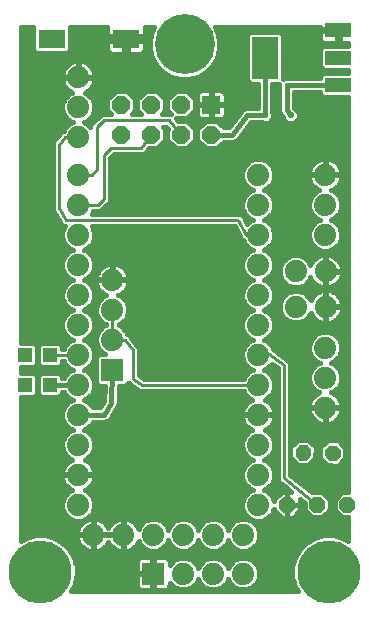
<source format=gbl>
G75*
%MOIN*%
%OFA0B0*%
%FSLAX24Y24*%
%IPPOS*%
%LPD*%
%AMOC8*
5,1,8,0,0,1.08239X$1,22.5*
%
%ADD10R,0.0472X0.0472*%
%ADD11R,0.0880X0.0480*%
%ADD12R,0.0866X0.1417*%
%ADD13R,0.0600X0.0600*%
%ADD14OC8,0.0600*%
%ADD15C,0.0740*%
%ADD16OC8,0.0520*%
%ADD17R,0.0740X0.0740*%
%ADD18C,0.0104*%
%ADD19R,0.0906X0.0630*%
%ADD20C,0.0160*%
%ADD21C,0.0210*%
%ADD22C,0.0100*%
%ADD23C,0.2000*%
%ADD24C,0.2100*%
D10*
X007797Y013030D03*
X008623Y013030D03*
X008623Y014030D03*
X007797Y014030D03*
D11*
X018250Y023030D03*
X018250Y023940D03*
X018250Y024850D03*
D12*
X015810Y023940D03*
D13*
X014010Y022370D03*
D14*
X014010Y021370D03*
X013010Y021370D03*
X013010Y022370D03*
X012010Y022370D03*
X012010Y021370D03*
X011010Y021370D03*
X011010Y022370D03*
D15*
X009580Y022280D03*
X009580Y021280D03*
X009580Y020030D03*
X009580Y019030D03*
X009580Y018030D03*
X009580Y017030D03*
X009580Y016030D03*
X009580Y015030D03*
X009580Y014030D03*
X009580Y013030D03*
X009580Y012030D03*
X009580Y011030D03*
X009580Y010030D03*
X009580Y009030D03*
X010080Y008030D03*
X011080Y008030D03*
X012080Y008030D03*
X013080Y008030D03*
X014080Y008030D03*
X015080Y008030D03*
X015580Y009030D03*
X015580Y010030D03*
X015580Y011030D03*
X015580Y012030D03*
X015580Y013030D03*
X015580Y014030D03*
X015580Y015030D03*
X015580Y016030D03*
X015580Y017030D03*
X015580Y018030D03*
X015580Y019030D03*
X015580Y020030D03*
X017810Y020030D03*
X017810Y019030D03*
X017810Y018030D03*
X017820Y016820D03*
X017830Y015640D03*
X016830Y015640D03*
X016820Y016820D03*
X017810Y014270D03*
X017810Y013270D03*
X017810Y012270D03*
X015070Y006740D03*
X014070Y006740D03*
X013070Y006740D03*
X010710Y014530D03*
X010710Y015530D03*
X010710Y016530D03*
X009580Y023280D03*
D16*
X016540Y009035D03*
X017540Y009035D03*
X018540Y009035D03*
D17*
X012070Y006740D03*
X010710Y013530D03*
D18*
X016908Y010749D02*
X016856Y010697D01*
X016859Y010868D01*
X016983Y010988D01*
X017154Y010985D01*
X017274Y010861D01*
X017271Y010690D01*
X017147Y010570D01*
X016976Y010573D01*
X016856Y010697D01*
X016935Y010727D01*
X016937Y010835D01*
X017013Y010909D01*
X017121Y010907D01*
X017195Y010831D01*
X017193Y010723D01*
X017117Y010649D01*
X017009Y010651D01*
X016935Y010727D01*
X017014Y010758D01*
X017014Y010801D01*
X017044Y010830D01*
X017087Y010830D01*
X017116Y010800D01*
X017116Y010757D01*
X017086Y010728D01*
X017043Y010728D01*
X017014Y010758D01*
X017898Y010731D02*
X017846Y010679D01*
X017849Y010850D01*
X017973Y010970D01*
X018144Y010967D01*
X018264Y010843D01*
X018261Y010672D01*
X018137Y010552D01*
X017966Y010555D01*
X017846Y010679D01*
X017925Y010709D01*
X017927Y010817D01*
X018003Y010891D01*
X018111Y010889D01*
X018185Y010813D01*
X018183Y010705D01*
X018107Y010631D01*
X017999Y010633D01*
X017925Y010709D01*
X018004Y010740D01*
X018004Y010783D01*
X018034Y010812D01*
X018077Y010812D01*
X018106Y010782D01*
X018106Y010739D01*
X018076Y010710D01*
X018033Y010710D01*
X018004Y010740D01*
D19*
X011170Y024570D03*
X008690Y024570D03*
D20*
X007660Y012634D02*
X007660Y007822D01*
X007843Y007928D01*
X008151Y008010D01*
X008469Y008010D01*
X008777Y007928D01*
X009053Y007768D01*
X009278Y007543D01*
X009438Y007267D01*
X009520Y006959D01*
X009520Y006641D01*
X009438Y006333D01*
X009338Y006160D01*
X016892Y006160D01*
X016792Y006333D01*
X016710Y006641D01*
X016710Y006959D01*
X016792Y007267D01*
X016952Y007543D01*
X017177Y007768D01*
X017453Y007928D01*
X017761Y008010D01*
X018079Y008010D01*
X018387Y007928D01*
X018570Y007822D01*
X018570Y008615D01*
X018366Y008615D01*
X018120Y008861D01*
X018120Y009209D01*
X018366Y009455D01*
X018570Y009455D01*
X018570Y022630D01*
X017744Y022630D01*
X017650Y022724D01*
X017650Y022790D01*
X016760Y022790D01*
X016760Y022266D01*
X016773Y022250D01*
X016810Y022235D01*
X016885Y022160D01*
X016925Y022063D01*
X016925Y021957D01*
X016885Y021860D01*
X016810Y021785D01*
X016713Y021745D01*
X016607Y021745D01*
X016510Y021785D01*
X016435Y021860D01*
X016398Y021951D01*
X016342Y022018D01*
X016317Y022044D01*
X016312Y022055D01*
X016304Y022064D01*
X016294Y022099D01*
X016280Y022132D01*
X016280Y022144D01*
X016277Y022156D01*
X016280Y022192D01*
X016280Y023071D01*
X016050Y023071D01*
X016050Y022133D01*
X016075Y022073D01*
X016075Y021967D01*
X016035Y021870D01*
X015960Y021795D01*
X015863Y021755D01*
X015757Y021755D01*
X015697Y021780D01*
X015328Y021780D01*
X014920Y021249D01*
X014913Y021234D01*
X014891Y021211D01*
X014871Y021186D01*
X014857Y021178D01*
X014846Y021167D01*
X014816Y021154D01*
X014788Y021138D01*
X014773Y021136D01*
X014758Y021130D01*
X014726Y021130D01*
X014694Y021126D01*
X014678Y021130D01*
X014421Y021130D01*
X014201Y020910D01*
X013819Y020910D01*
X013550Y021179D01*
X013550Y021561D01*
X013819Y021830D01*
X014201Y021830D01*
X014421Y021610D01*
X014592Y021610D01*
X015000Y022141D01*
X015007Y022156D01*
X015029Y022179D01*
X015049Y022204D01*
X015063Y022212D01*
X015074Y022223D01*
X015104Y022236D01*
X015132Y022252D01*
X015147Y022254D01*
X015162Y022260D01*
X015194Y022260D01*
X015226Y022264D01*
X015242Y022260D01*
X015570Y022260D01*
X015570Y023071D01*
X015311Y023071D01*
X015217Y023165D01*
X015217Y024715D01*
X015311Y024809D01*
X016309Y024809D01*
X016403Y024715D01*
X016403Y023241D01*
X016472Y023270D01*
X017650Y023270D01*
X017650Y023336D01*
X017744Y023430D01*
X018570Y023430D01*
X018570Y023540D01*
X017744Y023540D01*
X017650Y023634D01*
X017650Y024246D01*
X017744Y024340D01*
X018570Y024340D01*
X018570Y024430D01*
X018290Y024430D01*
X018290Y024810D01*
X018210Y024810D01*
X018210Y024430D01*
X017786Y024430D01*
X017741Y024442D01*
X017699Y024466D01*
X017666Y024499D01*
X017642Y024541D01*
X017642Y024542D02*
X016403Y024542D01*
X016403Y024700D02*
X017630Y024700D01*
X017630Y024810D02*
X017630Y024586D01*
X017642Y024541D01*
X017630Y024810D02*
X018210Y024810D01*
X018210Y024890D01*
X017630Y024890D01*
X017630Y024946D01*
X014133Y024946D01*
X014201Y024828D01*
X014280Y024533D01*
X014280Y024227D01*
X014201Y023932D01*
X014048Y023668D01*
X013832Y023452D01*
X013568Y023299D01*
X013273Y023220D01*
X012967Y023220D01*
X012672Y023299D01*
X012408Y023452D01*
X012192Y023668D01*
X012039Y023932D01*
X011960Y024227D01*
X011960Y024533D01*
X012039Y024828D01*
X012107Y024946D01*
X011793Y024946D01*
X011803Y024909D01*
X011803Y024647D01*
X011248Y024647D01*
X011248Y024493D01*
X011803Y024493D01*
X011803Y024231D01*
X011791Y024186D01*
X011767Y024145D01*
X011733Y024111D01*
X011692Y024087D01*
X011647Y024075D01*
X011248Y024075D01*
X011248Y024493D01*
X011093Y024493D01*
X010537Y024493D01*
X010537Y024231D01*
X010550Y024186D01*
X010573Y024145D01*
X010607Y024111D01*
X010648Y024087D01*
X010694Y024075D01*
X011093Y024075D01*
X011093Y024493D01*
X011093Y024647D01*
X010537Y024647D01*
X010537Y024909D01*
X010547Y024946D01*
X009303Y024946D01*
X009303Y024189D01*
X009209Y024095D01*
X008171Y024095D01*
X008077Y024189D01*
X008077Y024946D01*
X007660Y024946D01*
X007660Y014426D01*
X008099Y014426D01*
X008193Y014332D01*
X008193Y013728D01*
X008099Y013634D01*
X007660Y013634D01*
X007660Y013426D01*
X008099Y013426D01*
X008193Y013332D01*
X008193Y012728D01*
X008099Y012634D01*
X007660Y012634D01*
X007660Y012496D02*
X009319Y012496D01*
X009280Y012479D02*
X009131Y012330D01*
X009050Y012135D01*
X009050Y011925D01*
X009131Y011730D01*
X009280Y011581D01*
X009402Y011530D01*
X009280Y011479D01*
X009131Y011330D01*
X009050Y011135D01*
X009050Y010925D01*
X009131Y010730D01*
X009280Y010581D01*
X009374Y010541D01*
X009369Y010540D01*
X009292Y010500D01*
X009222Y010450D01*
X009160Y010388D01*
X009110Y010318D01*
X009070Y010241D01*
X009044Y010159D01*
X009030Y010073D01*
X009030Y010050D01*
X009560Y010050D01*
X009560Y010010D01*
X009030Y010010D01*
X009030Y009987D01*
X009044Y009901D01*
X009070Y009819D01*
X009110Y009742D01*
X009160Y009672D01*
X009222Y009610D01*
X009292Y009560D01*
X009369Y009520D01*
X009374Y009519D01*
X009280Y009479D01*
X009131Y009330D01*
X009050Y009135D01*
X009050Y008925D01*
X009131Y008730D01*
X009280Y008581D01*
X009475Y008500D01*
X009685Y008500D01*
X009880Y008581D01*
X010029Y008730D01*
X010110Y008925D01*
X010110Y009135D01*
X010029Y009330D01*
X009880Y009479D01*
X009786Y009519D01*
X009791Y009520D01*
X009868Y009560D01*
X009938Y009610D01*
X010000Y009672D01*
X010050Y009742D01*
X010090Y009819D01*
X010116Y009901D01*
X010130Y009987D01*
X010130Y010010D01*
X009600Y010010D01*
X009600Y010050D01*
X010130Y010050D01*
X010130Y010073D01*
X010116Y010159D01*
X010090Y010241D01*
X010050Y010318D01*
X010000Y010388D01*
X009938Y010450D01*
X009868Y010500D01*
X009791Y010540D01*
X009786Y010541D01*
X009880Y010581D01*
X010029Y010730D01*
X010110Y010925D01*
X010110Y011135D01*
X010029Y011330D01*
X009880Y011479D01*
X009758Y011530D01*
X009880Y011581D01*
X010029Y011730D01*
X010057Y011796D01*
X010422Y011800D01*
X010449Y011795D01*
X010470Y011800D01*
X010491Y011801D01*
X010516Y011811D01*
X010542Y011818D01*
X010559Y011830D01*
X010578Y011838D01*
X010597Y011858D01*
X010619Y011874D01*
X010630Y011891D01*
X010645Y011906D01*
X010655Y011932D01*
X010868Y012277D01*
X010880Y012289D01*
X010893Y012318D01*
X010909Y012345D01*
X010912Y012361D01*
X010919Y012376D01*
X010919Y012408D01*
X010925Y012439D01*
X010921Y012455D01*
X010936Y013000D01*
X011146Y013000D01*
X011237Y013091D01*
X011255Y013079D01*
X011303Y013030D01*
X011324Y013030D01*
X011555Y012869D01*
X011603Y012820D01*
X011624Y012820D01*
X011641Y012808D01*
X011708Y012820D01*
X015093Y012820D01*
X015131Y012730D01*
X015280Y012581D01*
X015374Y012541D01*
X015369Y012540D01*
X015292Y012500D01*
X015222Y012450D01*
X015160Y012388D01*
X015110Y012318D01*
X015070Y012241D01*
X015044Y012159D01*
X015030Y012073D01*
X015030Y012050D01*
X015560Y012050D01*
X015560Y012010D01*
X015030Y012010D01*
X015030Y011987D01*
X015044Y011901D01*
X015070Y011819D01*
X015110Y011742D01*
X015160Y011672D01*
X015222Y011610D01*
X015292Y011560D01*
X015369Y011520D01*
X015374Y011519D01*
X015280Y011479D01*
X015131Y011330D01*
X015050Y011135D01*
X015050Y010925D01*
X015131Y010730D01*
X015280Y010581D01*
X015402Y010530D01*
X015280Y010479D01*
X015131Y010330D01*
X015050Y010135D01*
X015050Y009925D01*
X015131Y009730D01*
X015280Y009581D01*
X015402Y009530D01*
X015280Y009479D01*
X015131Y009330D01*
X015050Y009135D01*
X015050Y008925D01*
X015131Y008730D01*
X015280Y008581D01*
X015475Y008500D01*
X015685Y008500D01*
X015880Y008581D01*
X016029Y008730D01*
X016100Y008900D01*
X016100Y008853D01*
X016358Y008595D01*
X016540Y008595D01*
X016722Y008595D01*
X016980Y008853D01*
X016980Y009035D01*
X016980Y009217D01*
X017120Y009104D01*
X017120Y008861D01*
X017366Y008615D01*
X017714Y008615D01*
X017960Y008861D01*
X017960Y009209D01*
X017714Y009455D01*
X017366Y009455D01*
X017361Y009449D01*
X016640Y010030D01*
X016640Y013609D01*
X016650Y013622D01*
X016640Y013694D01*
X016640Y013767D01*
X016629Y013778D01*
X016626Y013795D01*
X016568Y013839D01*
X016517Y013890D01*
X016501Y013890D01*
X016079Y014211D01*
X016029Y014330D01*
X015880Y014479D01*
X015758Y014530D01*
X015880Y014581D01*
X016029Y014730D01*
X016110Y014925D01*
X016110Y015135D01*
X016029Y015330D01*
X015880Y015479D01*
X015758Y015530D01*
X015880Y015581D01*
X016029Y015730D01*
X016110Y015925D01*
X016110Y016135D01*
X016029Y016330D01*
X015880Y016479D01*
X015758Y016530D01*
X015880Y016581D01*
X016029Y016730D01*
X016110Y016925D01*
X016110Y017135D01*
X016029Y017330D01*
X015880Y017479D01*
X015758Y017530D01*
X015880Y017581D01*
X016029Y017730D01*
X016110Y017925D01*
X016110Y018135D01*
X016029Y018330D01*
X015880Y018479D01*
X015758Y018530D01*
X015880Y018581D01*
X016029Y018730D01*
X016110Y018925D01*
X016110Y019135D01*
X016029Y019330D01*
X015880Y019479D01*
X015758Y019530D01*
X015880Y019581D01*
X016029Y019730D01*
X016110Y019925D01*
X016110Y020135D01*
X016029Y020330D01*
X015880Y020479D01*
X015685Y020560D01*
X015475Y020560D01*
X015280Y020479D01*
X015131Y020330D01*
X015050Y020135D01*
X015050Y019925D01*
X015131Y019730D01*
X015280Y019581D01*
X015402Y019530D01*
X015280Y019479D01*
X015131Y019330D01*
X015050Y019135D01*
X015050Y018925D01*
X015131Y018730D01*
X015280Y018581D01*
X015402Y018530D01*
X015280Y018479D01*
X015208Y018407D01*
X015120Y018572D01*
X015120Y018607D01*
X015081Y018646D01*
X015055Y018695D01*
X015022Y018705D01*
X014997Y018730D01*
X014941Y018730D01*
X014888Y018746D01*
X014858Y018730D01*
X010029Y018730D01*
X010067Y018820D01*
X010227Y018820D01*
X010312Y018818D01*
X010314Y018820D01*
X010317Y018820D01*
X010377Y018880D01*
X010514Y019010D01*
X010517Y019010D01*
X010577Y019070D01*
X010638Y019128D01*
X010638Y019131D01*
X010640Y019133D01*
X010640Y019217D01*
X010642Y019302D01*
X010640Y019304D01*
X010640Y020593D01*
X010767Y020720D01*
X011610Y020720D01*
X011624Y020710D01*
X011695Y020720D01*
X011767Y020720D01*
X011779Y020732D01*
X011796Y020734D01*
X011839Y020792D01*
X011890Y020843D01*
X011890Y020860D01*
X011927Y020910D01*
X012201Y020910D01*
X012470Y021179D01*
X012470Y021561D01*
X012391Y021640D01*
X012503Y021640D01*
X012561Y021572D01*
X012550Y021561D01*
X012550Y021179D01*
X012819Y020910D01*
X013201Y020910D01*
X013470Y021179D01*
X013470Y021561D01*
X013201Y021830D01*
X012893Y021830D01*
X012825Y021910D01*
X013201Y021910D01*
X013470Y022179D01*
X013470Y022561D01*
X013201Y022830D01*
X012819Y022830D01*
X012550Y022561D01*
X012550Y022179D01*
X012669Y022060D01*
X012608Y022060D01*
X012530Y022066D01*
X012523Y022060D01*
X012351Y022060D01*
X012470Y022179D01*
X012470Y022561D01*
X012201Y022830D01*
X011819Y022830D01*
X011550Y022561D01*
X011550Y022179D01*
X011669Y022060D01*
X011351Y022060D01*
X011470Y022179D01*
X011470Y022561D01*
X011201Y022830D01*
X010819Y022830D01*
X010550Y022561D01*
X010550Y022179D01*
X010669Y022060D01*
X010444Y022060D01*
X010362Y022063D01*
X010358Y022060D01*
X010353Y022060D01*
X010295Y022002D01*
X010108Y021830D01*
X010103Y021830D01*
X010045Y021772D01*
X009984Y021716D01*
X009984Y021711D01*
X009980Y021707D01*
X009980Y021630D01*
X009880Y021729D01*
X009758Y021780D01*
X009880Y021831D01*
X010029Y021980D01*
X010110Y022175D01*
X010110Y022385D01*
X010029Y022580D01*
X009880Y022729D01*
X009786Y022769D01*
X009791Y022770D01*
X009868Y022810D01*
X009938Y022860D01*
X010000Y022922D01*
X010050Y022992D01*
X010090Y023069D01*
X010116Y023151D01*
X010130Y023237D01*
X010130Y023260D01*
X009600Y023260D01*
X009600Y023300D01*
X009560Y023300D01*
X009560Y023830D01*
X009537Y023830D01*
X009451Y023816D01*
X009369Y023790D01*
X009292Y023750D01*
X009222Y023700D01*
X009160Y023638D01*
X009110Y023568D01*
X009070Y023491D01*
X009044Y023409D01*
X009030Y023323D01*
X009030Y023300D01*
X009560Y023300D01*
X009560Y023260D01*
X009030Y023260D01*
X009030Y023237D01*
X009044Y023151D01*
X009070Y023069D01*
X009110Y022992D01*
X009160Y022922D01*
X009222Y022860D01*
X009292Y022810D01*
X009369Y022770D01*
X009374Y022769D01*
X009280Y022729D01*
X009131Y022580D01*
X009050Y022385D01*
X009050Y022175D01*
X009131Y021980D01*
X009280Y021831D01*
X009402Y021780D01*
X009280Y021729D01*
X009131Y021580D01*
X009093Y021490D01*
X009043Y021490D01*
X009035Y021482D01*
X009024Y021481D01*
X008975Y021422D01*
X008920Y021367D01*
X008920Y021356D01*
X008775Y021182D01*
X008720Y021127D01*
X008720Y021116D01*
X008713Y021108D01*
X008720Y021030D01*
X008720Y018955D01*
X008705Y018895D01*
X008720Y018871D01*
X008720Y018843D01*
X008764Y018799D01*
X008970Y018461D01*
X008970Y018433D01*
X009014Y018389D01*
X009046Y018336D01*
X009073Y018330D01*
X009093Y018310D01*
X009122Y018310D01*
X009050Y018135D01*
X009050Y017925D01*
X009131Y017730D01*
X009280Y017581D01*
X009402Y017530D01*
X009280Y017479D01*
X009131Y017330D01*
X009050Y017135D01*
X009050Y016925D01*
X009131Y016730D01*
X009280Y016581D01*
X009402Y016530D01*
X009280Y016479D01*
X009131Y016330D01*
X009050Y016135D01*
X009050Y015925D01*
X009131Y015730D01*
X009280Y015581D01*
X009402Y015530D01*
X009280Y015479D01*
X009131Y015330D01*
X009050Y015135D01*
X009050Y014925D01*
X009131Y014730D01*
X009280Y014581D01*
X009402Y014530D01*
X009280Y014479D01*
X009131Y014330D01*
X009093Y014240D01*
X009020Y014240D01*
X009020Y014332D01*
X008926Y014426D01*
X008321Y014426D01*
X008227Y014332D01*
X008227Y013728D01*
X008321Y013634D01*
X008926Y013634D01*
X009020Y013728D01*
X009020Y013820D01*
X009093Y013820D01*
X009131Y013730D01*
X009280Y013581D01*
X009402Y013530D01*
X009280Y013479D01*
X009131Y013330D01*
X009106Y013270D01*
X009020Y013270D01*
X009020Y013332D01*
X008926Y013426D01*
X008321Y013426D01*
X008227Y013332D01*
X008227Y012728D01*
X008321Y012634D01*
X008926Y012634D01*
X009020Y012728D01*
X009020Y012790D01*
X009106Y012790D01*
X009131Y012730D01*
X009280Y012581D01*
X009402Y012530D01*
X009280Y012479D01*
X009206Y012654D02*
X008946Y012654D01*
X009137Y012337D02*
X007660Y012337D01*
X007660Y012179D02*
X009068Y012179D01*
X009050Y012020D02*
X007660Y012020D01*
X007660Y011862D02*
X009076Y011862D01*
X009157Y011703D02*
X007660Y011703D01*
X007660Y011545D02*
X009367Y011545D01*
X009186Y011386D02*
X007660Y011386D01*
X007660Y011228D02*
X009088Y011228D01*
X009050Y011069D02*
X007660Y011069D01*
X007660Y010911D02*
X009056Y010911D01*
X009121Y010752D02*
X007660Y010752D01*
X007660Y010594D02*
X009267Y010594D01*
X009207Y010435D02*
X007660Y010435D01*
X007660Y010277D02*
X009088Y010277D01*
X009037Y010118D02*
X007660Y010118D01*
X007660Y009960D02*
X009034Y009960D01*
X009079Y009801D02*
X007660Y009801D01*
X007660Y009643D02*
X009190Y009643D01*
X009291Y009484D02*
X007660Y009484D01*
X007660Y009326D02*
X009129Y009326D01*
X009063Y009167D02*
X007660Y009167D01*
X007660Y009009D02*
X009050Y009009D01*
X009081Y008850D02*
X007660Y008850D01*
X007660Y008692D02*
X009169Y008692D01*
X009395Y008533D02*
X007660Y008533D01*
X007660Y008375D02*
X009650Y008375D01*
X009660Y008388D02*
X009610Y008318D01*
X009570Y008241D01*
X009544Y008159D01*
X009530Y008073D01*
X009530Y008050D01*
X010060Y008050D01*
X010060Y008580D01*
X010037Y008580D01*
X009951Y008566D01*
X009869Y008540D01*
X009792Y008500D01*
X009722Y008450D01*
X009660Y008388D01*
X009765Y008533D02*
X009856Y008533D01*
X010060Y008533D02*
X010100Y008533D01*
X010100Y008580D02*
X010100Y008050D01*
X010060Y008050D01*
X010060Y008010D01*
X009530Y008010D01*
X009530Y007987D01*
X009544Y007901D01*
X009570Y007819D01*
X009610Y007742D01*
X009660Y007672D01*
X009722Y007610D01*
X009792Y007560D01*
X009869Y007520D01*
X009951Y007494D01*
X010037Y007480D01*
X010060Y007480D01*
X010060Y008010D01*
X010100Y008010D01*
X010100Y008050D01*
X010630Y008050D01*
X011060Y008050D01*
X011060Y008580D01*
X011037Y008580D01*
X010951Y008566D01*
X010869Y008540D01*
X010792Y008500D01*
X010722Y008450D01*
X010660Y008388D01*
X010610Y008318D01*
X010580Y008260D01*
X010550Y008318D01*
X010500Y008388D01*
X010438Y008450D01*
X010368Y008500D01*
X010291Y008540D01*
X010209Y008566D01*
X010123Y008580D01*
X010100Y008580D01*
X009991Y008692D02*
X015169Y008692D01*
X015185Y008560D02*
X014975Y008560D01*
X014780Y008479D01*
X014631Y008330D01*
X014580Y008208D01*
X014529Y008330D01*
X014380Y008479D01*
X014185Y008560D01*
X013975Y008560D01*
X013780Y008479D01*
X013631Y008330D01*
X013580Y008208D01*
X013529Y008330D01*
X013380Y008479D01*
X013185Y008560D01*
X012975Y008560D01*
X012780Y008479D01*
X012631Y008330D01*
X012580Y008208D01*
X012529Y008330D01*
X012380Y008479D01*
X012185Y008560D01*
X011975Y008560D01*
X011780Y008479D01*
X011631Y008330D01*
X011591Y008236D01*
X011590Y008241D01*
X011550Y008318D01*
X011500Y008388D01*
X011438Y008450D01*
X011368Y008500D01*
X011291Y008540D01*
X011209Y008566D01*
X011123Y008580D01*
X011100Y008580D01*
X011100Y008050D01*
X011060Y008050D01*
X011060Y008010D01*
X011100Y008010D01*
X011100Y007480D01*
X011123Y007480D01*
X011209Y007494D01*
X011291Y007520D01*
X011368Y007560D01*
X011438Y007610D01*
X011500Y007672D01*
X011550Y007742D01*
X011590Y007819D01*
X011591Y007824D01*
X011631Y007730D01*
X011780Y007581D01*
X011975Y007500D01*
X012185Y007500D01*
X012380Y007581D01*
X012529Y007730D01*
X012580Y007852D01*
X012631Y007730D01*
X012780Y007581D01*
X012975Y007500D01*
X013185Y007500D01*
X013380Y007581D01*
X013529Y007730D01*
X013580Y007852D01*
X013631Y007730D01*
X013780Y007581D01*
X013975Y007500D01*
X014185Y007500D01*
X014380Y007581D01*
X014529Y007730D01*
X014580Y007852D01*
X014631Y007730D01*
X014780Y007581D01*
X014975Y007500D01*
X015185Y007500D01*
X015380Y007581D01*
X015529Y007730D01*
X015610Y007925D01*
X015610Y008135D01*
X015529Y008330D01*
X015380Y008479D01*
X015185Y008560D01*
X015251Y008533D02*
X015395Y008533D01*
X015485Y008375D02*
X018570Y008375D01*
X018570Y008533D02*
X015765Y008533D01*
X015991Y008692D02*
X016261Y008692D01*
X016103Y008850D02*
X016079Y008850D01*
X016100Y009160D02*
X016029Y009330D01*
X015880Y009479D01*
X015758Y009530D01*
X015880Y009581D01*
X016029Y009730D01*
X016110Y009925D01*
X016110Y010135D01*
X016029Y010330D01*
X015880Y010479D01*
X015758Y010530D01*
X015880Y010581D01*
X016029Y010730D01*
X016110Y010925D01*
X016110Y011135D01*
X016029Y011330D01*
X015880Y011479D01*
X015786Y011519D01*
X015791Y011520D01*
X015868Y011560D01*
X015938Y011610D01*
X016000Y011672D01*
X016050Y011742D01*
X016090Y011819D01*
X016116Y011901D01*
X016130Y011987D01*
X016130Y012010D01*
X015600Y012010D01*
X015600Y012050D01*
X016130Y012050D01*
X016130Y012073D01*
X016116Y012159D01*
X016090Y012241D01*
X016050Y012318D01*
X016000Y012388D01*
X015938Y012450D01*
X015868Y012500D01*
X015791Y012540D01*
X015786Y012541D01*
X015880Y012581D01*
X016029Y012730D01*
X016110Y012925D01*
X016110Y013135D01*
X016029Y013330D01*
X015880Y013479D01*
X015758Y013530D01*
X015880Y013581D01*
X016024Y013725D01*
X016220Y013576D01*
X016220Y010004D01*
X016212Y009994D01*
X016220Y009919D01*
X016220Y009843D01*
X016229Y009834D01*
X016230Y009821D01*
X016289Y009774D01*
X016343Y009720D01*
X016356Y009720D01*
X016660Y009475D01*
X016540Y009475D01*
X016540Y009035D01*
X016980Y009035D01*
X016540Y009035D01*
X016540Y009035D01*
X016540Y009035D01*
X016540Y008595D01*
X016540Y009035D01*
X016540Y009035D01*
X016540Y009475D01*
X016358Y009475D01*
X016100Y009217D01*
X016100Y009160D01*
X016097Y009167D02*
X016100Y009167D01*
X016031Y009326D02*
X016208Y009326D01*
X016540Y009326D02*
X016540Y009326D01*
X016540Y009167D02*
X016540Y009167D01*
X016540Y009009D02*
X016540Y009009D01*
X016540Y008850D02*
X016540Y008850D01*
X016540Y008692D02*
X016540Y008692D01*
X016819Y008692D02*
X017290Y008692D01*
X017131Y008850D02*
X016977Y008850D01*
X016980Y009009D02*
X017120Y009009D01*
X017042Y009167D02*
X016980Y009167D01*
X016649Y009484D02*
X015869Y009484D01*
X015942Y009643D02*
X016452Y009643D01*
X016255Y009801D02*
X016059Y009801D01*
X016110Y009960D02*
X016216Y009960D01*
X016220Y010118D02*
X016110Y010118D01*
X016052Y010277D02*
X016220Y010277D01*
X016220Y010435D02*
X015925Y010435D01*
X015893Y010594D02*
X016220Y010594D01*
X016220Y010752D02*
X016039Y010752D01*
X016104Y010911D02*
X016220Y010911D01*
X016220Y011069D02*
X016110Y011069D01*
X016072Y011228D02*
X016220Y011228D01*
X016220Y011386D02*
X015974Y011386D01*
X015839Y011545D02*
X016220Y011545D01*
X016220Y011703D02*
X016022Y011703D01*
X016104Y011862D02*
X016220Y011862D01*
X016220Y012020D02*
X015600Y012020D01*
X015560Y012020D02*
X010709Y012020D01*
X010807Y012179D02*
X015050Y012179D01*
X015123Y012337D02*
X010905Y012337D01*
X010922Y012496D02*
X015285Y012496D01*
X015206Y012654D02*
X010926Y012654D01*
X010931Y012813D02*
X011635Y012813D01*
X011666Y012813D02*
X015096Y012813D01*
X015093Y013240D02*
X011756Y013240D01*
X011600Y013349D01*
X011600Y014165D01*
X011610Y014235D01*
X011600Y014249D01*
X011600Y014267D01*
X011549Y014318D01*
X011340Y014599D01*
X011340Y014617D01*
X011289Y014668D01*
X011247Y014725D01*
X011229Y014728D01*
X011217Y014740D01*
X011197Y014740D01*
X011159Y014830D01*
X011010Y014979D01*
X010920Y015017D01*
X010920Y015043D01*
X011010Y015081D01*
X011159Y015230D01*
X011240Y015425D01*
X011240Y015635D01*
X011159Y015830D01*
X011010Y015979D01*
X010916Y016019D01*
X010921Y016020D01*
X010998Y016060D01*
X011068Y016110D01*
X011130Y016172D01*
X011180Y016242D01*
X011220Y016319D01*
X011246Y016401D01*
X011260Y016487D01*
X011260Y016510D01*
X010730Y016510D01*
X010730Y016550D01*
X010690Y016550D01*
X010690Y017080D01*
X010667Y017080D01*
X010581Y017066D01*
X010499Y017040D01*
X010422Y017000D01*
X010352Y016950D01*
X010290Y016888D01*
X010240Y016818D01*
X010200Y016741D01*
X010174Y016659D01*
X010160Y016573D01*
X010160Y016550D01*
X010690Y016550D01*
X010690Y016510D01*
X010160Y016510D01*
X010160Y016487D01*
X010174Y016401D01*
X010200Y016319D01*
X010240Y016242D01*
X010290Y016172D01*
X010352Y016110D01*
X010422Y016060D01*
X010499Y016020D01*
X010504Y016019D01*
X010410Y015979D01*
X010261Y015830D01*
X010180Y015635D01*
X010180Y015425D01*
X010261Y015230D01*
X010410Y015081D01*
X010500Y015043D01*
X010500Y015017D01*
X010410Y014979D01*
X010261Y014830D01*
X010180Y014635D01*
X010180Y014425D01*
X010261Y014230D01*
X010410Y014081D01*
X010460Y014060D01*
X010274Y014060D01*
X010180Y013966D01*
X010180Y013094D01*
X010274Y013000D01*
X010455Y013000D01*
X010442Y012501D01*
X010305Y012278D01*
X010052Y012276D01*
X010029Y012330D01*
X009880Y012479D01*
X009758Y012530D01*
X009880Y012581D01*
X010029Y012730D01*
X010110Y012925D01*
X010110Y013135D01*
X010029Y013330D01*
X009880Y013479D01*
X009758Y013530D01*
X009880Y013581D01*
X010029Y013730D01*
X010110Y013925D01*
X010110Y014135D01*
X010029Y014330D01*
X009880Y014479D01*
X009758Y014530D01*
X009880Y014581D01*
X010029Y014730D01*
X010110Y014925D01*
X010110Y015135D01*
X010029Y015330D01*
X009880Y015479D01*
X009758Y015530D01*
X009880Y015581D01*
X010029Y015730D01*
X010110Y015925D01*
X010110Y016135D01*
X010029Y016330D01*
X009880Y016479D01*
X009758Y016530D01*
X009880Y016581D01*
X010029Y016730D01*
X010110Y016925D01*
X010110Y017135D01*
X010029Y017330D01*
X009880Y017479D01*
X009758Y017530D01*
X009880Y017581D01*
X010029Y017730D01*
X010110Y017925D01*
X010110Y018135D01*
X010038Y018310D01*
X014784Y018310D01*
X014960Y017978D01*
X014960Y017943D01*
X014999Y017904D01*
X015025Y017855D01*
X015058Y017845D01*
X015083Y017820D01*
X015093Y017820D01*
X015131Y017730D01*
X015280Y017581D01*
X015402Y017530D01*
X015280Y017479D01*
X015131Y017330D01*
X015050Y017135D01*
X015050Y016925D01*
X015131Y016730D01*
X015280Y016581D01*
X015402Y016530D01*
X015280Y016479D01*
X015131Y016330D01*
X015050Y016135D01*
X015050Y015925D01*
X015131Y015730D01*
X015280Y015581D01*
X015402Y015530D01*
X015280Y015479D01*
X015131Y015330D01*
X015050Y015135D01*
X015050Y014925D01*
X015131Y014730D01*
X015280Y014581D01*
X015402Y014530D01*
X015280Y014479D01*
X015131Y014330D01*
X015050Y014135D01*
X015050Y013925D01*
X015131Y013730D01*
X015280Y013581D01*
X015402Y013530D01*
X015280Y013479D01*
X015131Y013330D01*
X015093Y013240D01*
X015113Y013288D02*
X011688Y013288D01*
X011600Y013447D02*
X015247Y013447D01*
X015255Y013605D02*
X011600Y013605D01*
X011600Y013764D02*
X015117Y013764D01*
X015051Y013922D02*
X011600Y013922D01*
X011600Y014081D02*
X015050Y014081D01*
X015093Y014239D02*
X011608Y014239D01*
X011490Y014398D02*
X015198Y014398D01*
X015339Y014556D02*
X011372Y014556D01*
X011255Y014715D02*
X015146Y014715D01*
X015071Y014873D02*
X011117Y014873D01*
X010920Y015032D02*
X015050Y015032D01*
X015073Y015190D02*
X011120Y015190D01*
X011208Y015349D02*
X015149Y015349D01*
X015347Y015507D02*
X011240Y015507D01*
X011228Y015666D02*
X015195Y015666D01*
X015092Y015824D02*
X011162Y015824D01*
X011002Y015983D02*
X015050Y015983D01*
X015052Y016141D02*
X011099Y016141D01*
X011210Y016300D02*
X015118Y016300D01*
X015258Y016458D02*
X011255Y016458D01*
X011260Y016550D02*
X011260Y016573D01*
X011246Y016659D01*
X011220Y016741D01*
X011180Y016818D01*
X011130Y016888D01*
X011068Y016950D01*
X010998Y017000D01*
X010921Y017040D01*
X010839Y017066D01*
X010753Y017080D01*
X010730Y017080D01*
X010730Y016550D01*
X011260Y016550D01*
X011253Y016617D02*
X015244Y016617D01*
X015112Y016775D02*
X011202Y016775D01*
X011084Y016934D02*
X015050Y016934D01*
X015050Y017092D02*
X010110Y017092D01*
X010110Y016934D02*
X010336Y016934D01*
X010218Y016775D02*
X010048Y016775D01*
X010167Y016617D02*
X009916Y016617D01*
X009902Y016458D02*
X010165Y016458D01*
X010210Y016300D02*
X010042Y016300D01*
X010108Y016141D02*
X010321Y016141D01*
X010418Y015983D02*
X010110Y015983D01*
X010068Y015824D02*
X010258Y015824D01*
X010192Y015666D02*
X009965Y015666D01*
X009813Y015507D02*
X010180Y015507D01*
X010212Y015349D02*
X010011Y015349D01*
X010087Y015190D02*
X010300Y015190D01*
X010110Y015032D02*
X010500Y015032D01*
X010303Y014873D02*
X010089Y014873D01*
X010014Y014715D02*
X010213Y014715D01*
X010180Y014556D02*
X009821Y014556D01*
X009962Y014398D02*
X010191Y014398D01*
X010257Y014239D02*
X010067Y014239D01*
X010110Y014081D02*
X010410Y014081D01*
X010180Y013922D02*
X010109Y013922D01*
X010043Y013764D02*
X010180Y013764D01*
X010180Y013605D02*
X009905Y013605D01*
X009913Y013447D02*
X010180Y013447D01*
X010180Y013288D02*
X010047Y013288D01*
X010110Y013130D02*
X010180Y013130D01*
X010110Y012971D02*
X010455Y012971D01*
X010450Y012813D02*
X010064Y012813D01*
X009954Y012654D02*
X010446Y012654D01*
X010439Y012496D02*
X009841Y012496D01*
X010023Y012337D02*
X010341Y012337D01*
X010440Y012040D02*
X010680Y012430D01*
X010710Y013530D01*
X010935Y012971D02*
X011408Y012971D01*
X010440Y012040D02*
X009580Y012030D01*
X010003Y011703D02*
X015138Y011703D01*
X015056Y011862D02*
X010603Y011862D01*
X010072Y011228D02*
X015088Y011228D01*
X015050Y011069D02*
X010110Y011069D01*
X010104Y010911D02*
X015056Y010911D01*
X015121Y010752D02*
X010039Y010752D01*
X009893Y010594D02*
X015267Y010594D01*
X015235Y010435D02*
X009953Y010435D01*
X010072Y010277D02*
X015108Y010277D01*
X015050Y010118D02*
X010123Y010118D01*
X010126Y009960D02*
X015050Y009960D01*
X015101Y009801D02*
X010081Y009801D01*
X009970Y009643D02*
X015218Y009643D01*
X015291Y009484D02*
X009869Y009484D01*
X010031Y009326D02*
X015129Y009326D01*
X015063Y009167D02*
X010097Y009167D01*
X010110Y009009D02*
X015050Y009009D01*
X015081Y008850D02*
X010079Y008850D01*
X010304Y008533D02*
X010856Y008533D01*
X011060Y008533D02*
X011100Y008533D01*
X011100Y008375D02*
X011060Y008375D01*
X011060Y008216D02*
X011100Y008216D01*
X011100Y008058D02*
X011060Y008058D01*
X011060Y008010D02*
X010100Y008010D01*
X010100Y007480D01*
X010123Y007480D01*
X010209Y007494D01*
X010291Y007520D01*
X010368Y007560D01*
X010438Y007610D01*
X010500Y007672D01*
X010550Y007742D01*
X010580Y007800D01*
X010610Y007742D01*
X010660Y007672D01*
X010722Y007610D01*
X010792Y007560D01*
X010869Y007520D01*
X010951Y007494D01*
X011037Y007480D01*
X011060Y007480D01*
X011060Y008010D01*
X011060Y007899D02*
X011100Y007899D01*
X011100Y007741D02*
X011060Y007741D01*
X011060Y007582D02*
X011100Y007582D01*
X011399Y007582D02*
X011778Y007582D01*
X011626Y007741D02*
X011550Y007741D01*
X011676Y007290D02*
X011631Y007278D01*
X011589Y007254D01*
X011556Y007221D01*
X011532Y007179D01*
X011520Y007134D01*
X011520Y006760D01*
X012050Y006760D01*
X012050Y007290D01*
X011676Y007290D01*
X011608Y007265D02*
X009438Y007265D01*
X009481Y007107D02*
X011520Y007107D01*
X011520Y006948D02*
X009520Y006948D01*
X009520Y006790D02*
X011520Y006790D01*
X011520Y006720D02*
X011520Y006346D01*
X011532Y006301D01*
X011556Y006259D01*
X011589Y006226D01*
X011631Y006202D01*
X011676Y006190D01*
X012050Y006190D01*
X012050Y006720D01*
X012090Y006720D01*
X012090Y006190D01*
X012464Y006190D01*
X012509Y006202D01*
X012551Y006226D01*
X012584Y006259D01*
X012608Y006301D01*
X012620Y006346D01*
X012620Y006441D01*
X012621Y006440D01*
X012770Y006291D01*
X012965Y006210D01*
X013175Y006210D01*
X013370Y006291D01*
X013519Y006440D01*
X013570Y006562D01*
X013621Y006440D01*
X013770Y006291D01*
X013965Y006210D01*
X014175Y006210D01*
X014370Y006291D01*
X014519Y006440D01*
X014570Y006562D01*
X014621Y006440D01*
X014770Y006291D01*
X014965Y006210D01*
X015175Y006210D01*
X015370Y006291D01*
X015519Y006440D01*
X015600Y006635D01*
X015600Y006845D01*
X015519Y007040D01*
X015370Y007189D01*
X015175Y007270D01*
X014965Y007270D01*
X014770Y007189D01*
X014621Y007040D01*
X014570Y006918D01*
X014519Y007040D01*
X014370Y007189D01*
X014175Y007270D01*
X013965Y007270D01*
X013770Y007189D01*
X013621Y007040D01*
X013570Y006918D01*
X013519Y007040D01*
X013370Y007189D01*
X013175Y007270D01*
X012965Y007270D01*
X012770Y007189D01*
X012621Y007040D01*
X012620Y007039D01*
X012620Y007134D01*
X012608Y007179D01*
X012584Y007221D01*
X012551Y007254D01*
X012509Y007278D01*
X012464Y007290D01*
X012090Y007290D01*
X012090Y006760D01*
X012050Y006760D01*
X012050Y006720D01*
X011520Y006720D01*
X011520Y006631D02*
X009517Y006631D01*
X009475Y006473D02*
X011520Y006473D01*
X011529Y006314D02*
X009427Y006314D01*
X009347Y007424D02*
X016883Y007424D01*
X016792Y007265D02*
X015187Y007265D01*
X014953Y007265D02*
X014187Y007265D01*
X013953Y007265D02*
X013187Y007265D01*
X012953Y007265D02*
X012532Y007265D01*
X012620Y007107D02*
X012687Y007107D01*
X012778Y007582D02*
X012382Y007582D01*
X012534Y007741D02*
X012626Y007741D01*
X012583Y008216D02*
X012577Y008216D01*
X012485Y008375D02*
X012675Y008375D01*
X012909Y008533D02*
X012251Y008533D01*
X011909Y008533D02*
X011304Y008533D01*
X011510Y008375D02*
X011675Y008375D01*
X010650Y008375D02*
X010510Y008375D01*
X010100Y008375D02*
X010060Y008375D01*
X010060Y008216D02*
X010100Y008216D01*
X010100Y008058D02*
X010060Y008058D01*
X010060Y007899D02*
X010100Y007899D01*
X010100Y007741D02*
X010060Y007741D01*
X010060Y007582D02*
X010100Y007582D01*
X010399Y007582D02*
X010761Y007582D01*
X010610Y007741D02*
X010550Y007741D01*
X009761Y007582D02*
X009239Y007582D01*
X009081Y007741D02*
X009610Y007741D01*
X009544Y007899D02*
X008826Y007899D01*
X009530Y008058D02*
X007660Y008058D01*
X007660Y008216D02*
X009562Y008216D01*
X007794Y007899D02*
X007660Y007899D01*
X009974Y011386D02*
X015186Y011386D01*
X015321Y011545D02*
X009793Y011545D01*
X009580Y013030D02*
X008623Y013030D01*
X009020Y013288D02*
X009113Y013288D01*
X009247Y013447D02*
X007660Y013447D01*
X007660Y013605D02*
X009255Y013605D01*
X009117Y013764D02*
X009020Y013764D01*
X008955Y014398D02*
X009198Y014398D01*
X009339Y014556D02*
X007660Y014556D01*
X007660Y014715D02*
X009146Y014715D01*
X009071Y014873D02*
X007660Y014873D01*
X007660Y015032D02*
X009050Y015032D01*
X009073Y015190D02*
X007660Y015190D01*
X007660Y015349D02*
X009149Y015349D01*
X009347Y015507D02*
X007660Y015507D01*
X007660Y015666D02*
X009195Y015666D01*
X009092Y015824D02*
X007660Y015824D01*
X007660Y015983D02*
X009050Y015983D01*
X009052Y016141D02*
X007660Y016141D01*
X007660Y016300D02*
X009118Y016300D01*
X009258Y016458D02*
X007660Y016458D01*
X007660Y016617D02*
X009244Y016617D01*
X009112Y016775D02*
X007660Y016775D01*
X007660Y016934D02*
X009050Y016934D01*
X009050Y017092D02*
X007660Y017092D01*
X007660Y017251D02*
X009098Y017251D01*
X009209Y017409D02*
X007660Y017409D01*
X007660Y017568D02*
X009312Y017568D01*
X009134Y017726D02*
X007660Y017726D01*
X007660Y017885D02*
X009067Y017885D01*
X009050Y018043D02*
X007660Y018043D01*
X007660Y018202D02*
X009077Y018202D01*
X009032Y018360D02*
X007660Y018360D01*
X007660Y018519D02*
X008935Y018519D01*
X008838Y018677D02*
X007660Y018677D01*
X007660Y018836D02*
X008727Y018836D01*
X008720Y018994D02*
X007660Y018994D01*
X007660Y019153D02*
X008720Y019153D01*
X008720Y019311D02*
X007660Y019311D01*
X007660Y019470D02*
X008720Y019470D01*
X008720Y019628D02*
X007660Y019628D01*
X007660Y019787D02*
X008720Y019787D01*
X008720Y019945D02*
X007660Y019945D01*
X007660Y020104D02*
X008720Y020104D01*
X008720Y020262D02*
X007660Y020262D01*
X007660Y020421D02*
X008720Y020421D01*
X008720Y020579D02*
X007660Y020579D01*
X007660Y020738D02*
X008720Y020738D01*
X008720Y020896D02*
X007660Y020896D01*
X007660Y021055D02*
X008718Y021055D01*
X008801Y021213D02*
X007660Y021213D01*
X007660Y021372D02*
X008925Y021372D01*
X009110Y021530D02*
X007660Y021530D01*
X007660Y021689D02*
X009239Y021689D01*
X009263Y021847D02*
X007660Y021847D01*
X007660Y022006D02*
X009120Y022006D01*
X009054Y022164D02*
X007660Y022164D01*
X007660Y022323D02*
X009050Y022323D01*
X009090Y022481D02*
X007660Y022481D01*
X007660Y022640D02*
X009190Y022640D01*
X009314Y022798D02*
X007660Y022798D01*
X007660Y022957D02*
X009135Y022957D01*
X009055Y023115D02*
X007660Y023115D01*
X007660Y023274D02*
X009560Y023274D01*
X009600Y023274D02*
X012768Y023274D01*
X012442Y023432D02*
X010109Y023432D01*
X010116Y023409D02*
X010090Y023491D01*
X010050Y023568D01*
X010000Y023638D01*
X009938Y023700D01*
X009868Y023750D01*
X009791Y023790D01*
X009709Y023816D01*
X009623Y023830D01*
X009600Y023830D01*
X009600Y023300D01*
X010130Y023300D01*
X010130Y023323D01*
X010116Y023409D01*
X010034Y023591D02*
X012269Y023591D01*
X012145Y023749D02*
X009870Y023749D01*
X009600Y023749D02*
X009560Y023749D01*
X009560Y023591D02*
X009600Y023591D01*
X009600Y023432D02*
X009560Y023432D01*
X009290Y023749D02*
X007660Y023749D01*
X007660Y023591D02*
X009126Y023591D01*
X009051Y023432D02*
X007660Y023432D01*
X007660Y023908D02*
X012053Y023908D01*
X012003Y024066D02*
X007660Y024066D01*
X007660Y024225D02*
X008077Y024225D01*
X008077Y024383D02*
X007660Y024383D01*
X007660Y024542D02*
X008077Y024542D01*
X008077Y024700D02*
X007660Y024700D01*
X007660Y024859D02*
X008077Y024859D01*
X009303Y024859D02*
X010537Y024859D01*
X010537Y024700D02*
X009303Y024700D01*
X009303Y024542D02*
X011093Y024542D01*
X011248Y024542D02*
X011962Y024542D01*
X011960Y024383D02*
X011803Y024383D01*
X011801Y024225D02*
X011961Y024225D01*
X012005Y024700D02*
X011803Y024700D01*
X011803Y024859D02*
X012057Y024859D01*
X011248Y024383D02*
X011093Y024383D01*
X011093Y024225D02*
X011248Y024225D01*
X010539Y024225D02*
X009303Y024225D01*
X009303Y024383D02*
X010537Y024383D01*
X010105Y023115D02*
X015267Y023115D01*
X015217Y023274D02*
X013472Y023274D01*
X013798Y023432D02*
X015217Y023432D01*
X015217Y023591D02*
X013971Y023591D01*
X014095Y023749D02*
X015217Y023749D01*
X015217Y023908D02*
X014187Y023908D01*
X014237Y024066D02*
X015217Y024066D01*
X015217Y024225D02*
X014279Y024225D01*
X014280Y024383D02*
X015217Y024383D01*
X015217Y024542D02*
X014278Y024542D01*
X014235Y024700D02*
X015217Y024700D01*
X015810Y023940D02*
X015810Y022020D01*
X015210Y022020D01*
X014710Y021370D01*
X014010Y021370D01*
X013550Y021372D02*
X013470Y021372D01*
X013470Y021530D02*
X013550Y021530D01*
X013678Y021689D02*
X013342Y021689D01*
X013296Y022006D02*
X013541Y022006D01*
X013542Y022001D02*
X013530Y022046D01*
X013530Y022350D01*
X013990Y022350D01*
X013990Y022390D01*
X013990Y022850D01*
X013686Y022850D01*
X013641Y022838D01*
X013599Y022814D01*
X013566Y022781D01*
X013542Y022739D01*
X013530Y022694D01*
X013530Y022390D01*
X013990Y022390D01*
X014030Y022390D01*
X014030Y022850D01*
X014334Y022850D01*
X014379Y022838D01*
X014421Y022814D01*
X014454Y022781D01*
X014478Y022739D01*
X014490Y022694D01*
X014490Y022390D01*
X014030Y022390D01*
X014030Y022350D01*
X014490Y022350D01*
X014490Y022046D01*
X014478Y022001D01*
X014454Y021959D01*
X014421Y021926D01*
X014379Y021902D01*
X014334Y021890D01*
X014030Y021890D01*
X014030Y022350D01*
X013990Y022350D01*
X013990Y021890D01*
X013686Y021890D01*
X013641Y021902D01*
X013599Y021926D01*
X013566Y021959D01*
X013542Y022001D01*
X013530Y022164D02*
X013455Y022164D01*
X013470Y022323D02*
X013530Y022323D01*
X013530Y022481D02*
X013470Y022481D01*
X013530Y022640D02*
X013391Y022640D01*
X013233Y022798D02*
X013583Y022798D01*
X013990Y022798D02*
X014030Y022798D01*
X014030Y022640D02*
X013990Y022640D01*
X013990Y022481D02*
X014030Y022481D01*
X014030Y022323D02*
X013990Y022323D01*
X013990Y022164D02*
X014030Y022164D01*
X014030Y022006D02*
X013990Y022006D01*
X014342Y021689D02*
X014652Y021689D01*
X014774Y021847D02*
X012879Y021847D01*
X012565Y022164D02*
X012455Y022164D01*
X012470Y022323D02*
X012550Y022323D01*
X012550Y022481D02*
X012470Y022481D01*
X012391Y022640D02*
X012629Y022640D01*
X012787Y022798D02*
X012233Y022798D01*
X011787Y022798D02*
X011233Y022798D01*
X011391Y022640D02*
X011629Y022640D01*
X011550Y022481D02*
X011470Y022481D01*
X011470Y022323D02*
X011550Y022323D01*
X011565Y022164D02*
X011455Y022164D01*
X010787Y022798D02*
X009846Y022798D01*
X009970Y022640D02*
X010629Y022640D01*
X010550Y022481D02*
X010070Y022481D01*
X010110Y022323D02*
X010550Y022323D01*
X010565Y022164D02*
X010106Y022164D01*
X010040Y022006D02*
X010299Y022006D01*
X010127Y021847D02*
X009897Y021847D01*
X009921Y021689D02*
X009980Y021689D01*
X010025Y022957D02*
X015570Y022957D01*
X015570Y022798D02*
X014437Y022798D01*
X014490Y022640D02*
X015570Y022640D01*
X015570Y022481D02*
X014490Y022481D01*
X014490Y022323D02*
X015570Y022323D01*
X016012Y021847D02*
X016448Y021847D01*
X016353Y022006D02*
X016075Y022006D01*
X016050Y022164D02*
X016277Y022164D01*
X016280Y022323D02*
X016050Y022323D01*
X016050Y022481D02*
X016280Y022481D01*
X016280Y022640D02*
X016050Y022640D01*
X016050Y022798D02*
X016280Y022798D01*
X016280Y022957D02*
X016050Y022957D01*
X016403Y023274D02*
X017650Y023274D01*
X017693Y023591D02*
X016403Y023591D01*
X016403Y023749D02*
X017650Y023749D01*
X017650Y023908D02*
X016403Y023908D01*
X016403Y024066D02*
X017650Y024066D01*
X017650Y024225D02*
X016403Y024225D01*
X016403Y024383D02*
X018570Y024383D01*
X018290Y024542D02*
X018210Y024542D01*
X018210Y024700D02*
X018290Y024700D01*
X018210Y024859D02*
X014183Y024859D01*
X016403Y023432D02*
X018570Y023432D01*
X018250Y023030D02*
X016520Y023030D01*
X016520Y022180D01*
X016660Y022010D01*
X016925Y022006D02*
X018570Y022006D01*
X018570Y022164D02*
X016881Y022164D01*
X016760Y022323D02*
X018570Y022323D01*
X018570Y022481D02*
X016760Y022481D01*
X016760Y022640D02*
X017734Y022640D01*
X018570Y021847D02*
X016872Y021847D01*
X017522Y020500D02*
X017452Y020450D01*
X017390Y020388D01*
X017340Y020318D01*
X017300Y020241D01*
X017274Y020159D01*
X017260Y020073D01*
X017260Y020050D01*
X017790Y020050D01*
X017790Y020580D01*
X017767Y020580D01*
X017681Y020566D01*
X017599Y020540D01*
X017522Y020500D01*
X017423Y020421D02*
X015939Y020421D01*
X016058Y020262D02*
X017311Y020262D01*
X017265Y020104D02*
X016110Y020104D01*
X016110Y019945D02*
X017267Y019945D01*
X017260Y019987D02*
X017274Y019901D01*
X017300Y019819D01*
X017340Y019742D01*
X017390Y019672D01*
X017452Y019610D01*
X017522Y019560D01*
X017599Y019520D01*
X017604Y019519D01*
X017510Y019479D01*
X017361Y019330D01*
X017280Y019135D01*
X017280Y018925D01*
X017361Y018730D01*
X017510Y018581D01*
X017632Y018530D01*
X017510Y018479D01*
X017361Y018330D01*
X017280Y018135D01*
X017280Y017925D01*
X017361Y017730D01*
X017510Y017581D01*
X017705Y017500D01*
X017915Y017500D01*
X018110Y017581D01*
X018259Y017730D01*
X018340Y017925D01*
X018340Y018135D01*
X018259Y018330D01*
X018110Y018479D01*
X017988Y018530D01*
X018110Y018581D01*
X018259Y018730D01*
X018340Y018925D01*
X018340Y019135D01*
X018259Y019330D01*
X018110Y019479D01*
X018016Y019519D01*
X018021Y019520D01*
X018098Y019560D01*
X018168Y019610D01*
X018230Y019672D01*
X018280Y019742D01*
X018320Y019819D01*
X018346Y019901D01*
X018360Y019987D01*
X018360Y020010D01*
X017830Y020010D01*
X017830Y020050D01*
X018360Y020050D01*
X018360Y020073D01*
X018346Y020159D01*
X018320Y020241D01*
X018280Y020318D01*
X018230Y020388D01*
X018168Y020450D01*
X018098Y020500D01*
X018021Y020540D01*
X017939Y020566D01*
X017853Y020580D01*
X017830Y020580D01*
X017830Y020050D01*
X017790Y020050D01*
X017790Y020010D01*
X017260Y020010D01*
X017260Y019987D01*
X017317Y019787D02*
X016053Y019787D01*
X015928Y019628D02*
X017434Y019628D01*
X017500Y019470D02*
X015890Y019470D01*
X016037Y019311D02*
X017353Y019311D01*
X017287Y019153D02*
X016103Y019153D01*
X016110Y018994D02*
X017280Y018994D01*
X017317Y018836D02*
X016073Y018836D01*
X015977Y018677D02*
X017413Y018677D01*
X017604Y018519D02*
X015786Y018519D01*
X016000Y018360D02*
X017390Y018360D01*
X017307Y018202D02*
X016083Y018202D01*
X016110Y018043D02*
X017280Y018043D01*
X017297Y017885D02*
X016093Y017885D01*
X016026Y017726D02*
X017364Y017726D01*
X017542Y017568D02*
X015848Y017568D01*
X015951Y017409D02*
X018570Y017409D01*
X018570Y017251D02*
X018163Y017251D01*
X018178Y017240D02*
X018108Y017290D01*
X018031Y017330D01*
X017949Y017356D01*
X017863Y017370D01*
X017840Y017370D01*
X017840Y016840D01*
X017800Y016840D01*
X017800Y017370D01*
X017777Y017370D01*
X017691Y017356D01*
X017609Y017330D01*
X017532Y017290D01*
X017462Y017240D01*
X017400Y017178D01*
X017350Y017108D01*
X017310Y017031D01*
X017309Y017026D01*
X017269Y017120D01*
X017120Y017269D01*
X016925Y017350D01*
X016715Y017350D01*
X016520Y017269D01*
X016371Y017120D01*
X016290Y016925D01*
X016290Y016715D01*
X016371Y016520D01*
X016520Y016371D01*
X016715Y016290D01*
X016925Y016290D01*
X017120Y016371D01*
X017269Y016520D01*
X017309Y016614D01*
X017310Y016609D01*
X017350Y016532D01*
X017400Y016462D01*
X017462Y016400D01*
X017532Y016350D01*
X017609Y016310D01*
X017691Y016284D01*
X017777Y016270D01*
X017800Y016270D01*
X017800Y016800D01*
X017840Y016800D01*
X017840Y016840D01*
X018370Y016840D01*
X018370Y016863D01*
X018356Y016949D01*
X018330Y017031D01*
X018290Y017108D01*
X018240Y017178D01*
X018178Y017240D01*
X018299Y017092D02*
X018570Y017092D01*
X018570Y016934D02*
X018359Y016934D01*
X018370Y016800D02*
X017840Y016800D01*
X017840Y016270D01*
X017863Y016270D01*
X017949Y016284D01*
X018031Y016310D01*
X018108Y016350D01*
X018178Y016400D01*
X018240Y016462D01*
X018290Y016532D01*
X018330Y016609D01*
X018356Y016691D01*
X018370Y016777D01*
X018370Y016800D01*
X018370Y016775D02*
X018570Y016775D01*
X018570Y016617D02*
X018332Y016617D01*
X018236Y016458D02*
X018570Y016458D01*
X018570Y016300D02*
X017998Y016300D01*
X017959Y016176D02*
X017873Y016190D01*
X017850Y016190D01*
X017850Y015660D01*
X017810Y015660D01*
X017810Y016190D01*
X017787Y016190D01*
X017701Y016176D01*
X017619Y016150D01*
X017542Y016110D01*
X017472Y016060D01*
X017410Y015998D01*
X017360Y015928D01*
X017320Y015851D01*
X017319Y015846D01*
X017279Y015940D01*
X017130Y016089D01*
X016935Y016170D01*
X016725Y016170D01*
X016530Y016089D01*
X016381Y015940D01*
X016300Y015745D01*
X016300Y015535D01*
X016381Y015340D01*
X016530Y015191D01*
X016725Y015110D01*
X016935Y015110D01*
X017130Y015191D01*
X017279Y015340D01*
X017319Y015434D01*
X017320Y015429D01*
X017360Y015352D01*
X017410Y015282D01*
X017472Y015220D01*
X017542Y015170D01*
X017619Y015130D01*
X017701Y015104D01*
X017787Y015090D01*
X017810Y015090D01*
X017810Y015620D01*
X017850Y015620D01*
X017850Y015660D01*
X018380Y015660D01*
X018380Y015683D01*
X018366Y015769D01*
X018340Y015851D01*
X018300Y015928D01*
X018250Y015998D01*
X018188Y016060D01*
X018118Y016110D01*
X018041Y016150D01*
X017959Y016176D01*
X018058Y016141D02*
X018570Y016141D01*
X018570Y015983D02*
X018261Y015983D01*
X018349Y015824D02*
X018570Y015824D01*
X018570Y015666D02*
X018380Y015666D01*
X018380Y015620D02*
X017850Y015620D01*
X017850Y015090D01*
X017873Y015090D01*
X017959Y015104D01*
X018041Y015130D01*
X018118Y015170D01*
X018188Y015220D01*
X018250Y015282D01*
X018300Y015352D01*
X018340Y015429D01*
X018366Y015511D01*
X018380Y015597D01*
X018380Y015620D01*
X018365Y015507D02*
X018570Y015507D01*
X018570Y015349D02*
X018298Y015349D01*
X018146Y015190D02*
X018570Y015190D01*
X018570Y015032D02*
X016110Y015032D01*
X016087Y015190D02*
X016531Y015190D01*
X016377Y015349D02*
X016011Y015349D01*
X015813Y015507D02*
X016311Y015507D01*
X016300Y015666D02*
X015965Y015666D01*
X016068Y015824D02*
X016333Y015824D01*
X016423Y015983D02*
X016110Y015983D01*
X016108Y016141D02*
X016655Y016141D01*
X016692Y016300D02*
X016042Y016300D01*
X015902Y016458D02*
X016432Y016458D01*
X016331Y016617D02*
X015916Y016617D01*
X016048Y016775D02*
X016290Y016775D01*
X016293Y016934D02*
X016110Y016934D01*
X016110Y017092D02*
X016359Y017092D01*
X016501Y017251D02*
X016062Y017251D01*
X015312Y017568D02*
X009848Y017568D01*
X009951Y017409D02*
X015209Y017409D01*
X015098Y017251D02*
X010062Y017251D01*
X010026Y017726D02*
X015134Y017726D01*
X015009Y017885D02*
X010093Y017885D01*
X010110Y018043D02*
X014925Y018043D01*
X014841Y018202D02*
X010083Y018202D01*
X010333Y018836D02*
X015087Y018836D01*
X015064Y018677D02*
X015183Y018677D01*
X015149Y018519D02*
X015374Y018519D01*
X015050Y018994D02*
X010497Y018994D01*
X010640Y019153D02*
X015057Y019153D01*
X015123Y019311D02*
X010640Y019311D01*
X010640Y019470D02*
X015270Y019470D01*
X015232Y019628D02*
X010640Y019628D01*
X010640Y019787D02*
X015107Y019787D01*
X015050Y019945D02*
X010640Y019945D01*
X010640Y020104D02*
X015050Y020104D01*
X015102Y020262D02*
X010640Y020262D01*
X010640Y020421D02*
X015221Y020421D01*
X014892Y021213D02*
X018570Y021213D01*
X018570Y021055D02*
X014345Y021055D01*
X015014Y021372D02*
X018570Y021372D01*
X018570Y021530D02*
X015136Y021530D01*
X015258Y021689D02*
X018570Y021689D01*
X018570Y020896D02*
X011917Y020896D01*
X011798Y020738D02*
X018570Y020738D01*
X018570Y020579D02*
X017859Y020579D01*
X017830Y020579D02*
X017790Y020579D01*
X017761Y020579D02*
X010640Y020579D01*
X012345Y021055D02*
X012675Y021055D01*
X012550Y021213D02*
X012470Y021213D01*
X012470Y021372D02*
X012550Y021372D01*
X012550Y021530D02*
X012470Y021530D01*
X013345Y021055D02*
X013675Y021055D01*
X013550Y021213D02*
X013470Y021213D01*
X014479Y022006D02*
X014896Y022006D01*
X015015Y022164D02*
X014490Y022164D01*
X017790Y020421D02*
X017830Y020421D01*
X017830Y020262D02*
X017790Y020262D01*
X017790Y020104D02*
X017830Y020104D01*
X018197Y020421D02*
X018570Y020421D01*
X018570Y020262D02*
X018309Y020262D01*
X018355Y020104D02*
X018570Y020104D01*
X018570Y019945D02*
X018353Y019945D01*
X018303Y019787D02*
X018570Y019787D01*
X018570Y019628D02*
X018186Y019628D01*
X018120Y019470D02*
X018570Y019470D01*
X018570Y019311D02*
X018267Y019311D01*
X018333Y019153D02*
X018570Y019153D01*
X018570Y018994D02*
X018340Y018994D01*
X018303Y018836D02*
X018570Y018836D01*
X018570Y018677D02*
X018207Y018677D01*
X018016Y018519D02*
X018570Y018519D01*
X018570Y018360D02*
X018230Y018360D01*
X018313Y018202D02*
X018570Y018202D01*
X018570Y018043D02*
X018340Y018043D01*
X018323Y017885D02*
X018570Y017885D01*
X018570Y017726D02*
X018256Y017726D01*
X018078Y017568D02*
X018570Y017568D01*
X017840Y017251D02*
X017800Y017251D01*
X017800Y017092D02*
X017840Y017092D01*
X017840Y016934D02*
X017800Y016934D01*
X017800Y016775D02*
X017840Y016775D01*
X017840Y016617D02*
X017800Y016617D01*
X017800Y016458D02*
X017840Y016458D01*
X017840Y016300D02*
X017800Y016300D01*
X017642Y016300D02*
X016948Y016300D01*
X017005Y016141D02*
X017602Y016141D01*
X017810Y016141D02*
X017850Y016141D01*
X017850Y015983D02*
X017810Y015983D01*
X017810Y015824D02*
X017850Y015824D01*
X017850Y015666D02*
X017810Y015666D01*
X017810Y015507D02*
X017850Y015507D01*
X017850Y015349D02*
X017810Y015349D01*
X017810Y015190D02*
X017850Y015190D01*
X017514Y015190D02*
X017129Y015190D01*
X017283Y015349D02*
X017362Y015349D01*
X017399Y015983D02*
X017237Y015983D01*
X017208Y016458D02*
X017404Y016458D01*
X017341Y017092D02*
X017281Y017092D01*
X017139Y017251D02*
X017477Y017251D01*
X017705Y014800D02*
X017510Y014719D01*
X017361Y014570D01*
X017280Y014375D01*
X017280Y014165D01*
X017361Y013970D01*
X017510Y013821D01*
X017632Y013770D01*
X017510Y013719D01*
X017361Y013570D01*
X017280Y013375D01*
X017280Y013165D01*
X017361Y012970D01*
X017510Y012821D01*
X017604Y012781D01*
X017599Y012780D01*
X017522Y012740D01*
X017452Y012690D01*
X017390Y012628D01*
X017340Y012558D01*
X017300Y012481D01*
X017274Y012399D01*
X017260Y012313D01*
X017260Y012290D01*
X017790Y012290D01*
X017790Y012250D01*
X017830Y012250D01*
X017830Y012290D01*
X018360Y012290D01*
X018360Y012313D01*
X018346Y012399D01*
X018320Y012481D01*
X018280Y012558D01*
X018230Y012628D01*
X018168Y012690D01*
X018098Y012740D01*
X018021Y012780D01*
X018016Y012781D01*
X018110Y012821D01*
X018259Y012970D01*
X018340Y013165D01*
X018340Y013375D01*
X018259Y013570D01*
X018110Y013719D01*
X017988Y013770D01*
X018110Y013821D01*
X018259Y013970D01*
X018340Y014165D01*
X018340Y014375D01*
X018259Y014570D01*
X018110Y014719D01*
X017915Y014800D01*
X017705Y014800D01*
X017505Y014715D02*
X016014Y014715D01*
X016089Y014873D02*
X018570Y014873D01*
X018570Y014715D02*
X018115Y014715D01*
X018265Y014556D02*
X018570Y014556D01*
X018570Y014398D02*
X018331Y014398D01*
X018340Y014239D02*
X018570Y014239D01*
X018570Y014081D02*
X018305Y014081D01*
X018212Y013922D02*
X018570Y013922D01*
X018570Y013764D02*
X018004Y013764D01*
X018225Y013605D02*
X018570Y013605D01*
X018570Y013447D02*
X018311Y013447D01*
X018340Y013288D02*
X018570Y013288D01*
X018570Y013130D02*
X018325Y013130D01*
X018260Y012971D02*
X018570Y012971D01*
X018570Y012813D02*
X018090Y012813D01*
X018204Y012654D02*
X018570Y012654D01*
X018570Y012496D02*
X018312Y012496D01*
X018356Y012337D02*
X018570Y012337D01*
X018570Y012179D02*
X018352Y012179D01*
X018346Y012141D02*
X018360Y012227D01*
X018360Y012250D01*
X017830Y012250D01*
X017830Y011720D01*
X017853Y011720D01*
X017939Y011734D01*
X018021Y011760D01*
X018098Y011800D01*
X018168Y011850D01*
X018230Y011912D01*
X018280Y011982D01*
X018320Y012059D01*
X018346Y012141D01*
X018300Y012020D02*
X018570Y012020D01*
X018570Y011862D02*
X018179Y011862D01*
X017830Y011862D02*
X017790Y011862D01*
X017790Y011720D02*
X017790Y012250D01*
X017260Y012250D01*
X017260Y012227D01*
X017274Y012141D01*
X017300Y012059D01*
X017340Y011982D01*
X017390Y011912D01*
X017452Y011850D01*
X017522Y011800D01*
X017599Y011760D01*
X017681Y011734D01*
X017767Y011720D01*
X017790Y011720D01*
X017790Y012020D02*
X017830Y012020D01*
X017830Y012179D02*
X017790Y012179D01*
X017441Y011862D02*
X016640Y011862D01*
X016640Y012020D02*
X017320Y012020D01*
X017268Y012179D02*
X016640Y012179D01*
X016640Y012337D02*
X017264Y012337D01*
X017308Y012496D02*
X016640Y012496D01*
X016640Y012654D02*
X017416Y012654D01*
X017530Y012813D02*
X016640Y012813D01*
X016640Y012971D02*
X017360Y012971D01*
X017295Y013130D02*
X016640Y013130D01*
X016640Y013288D02*
X017280Y013288D01*
X017309Y013447D02*
X016640Y013447D01*
X016640Y013605D02*
X017395Y013605D01*
X017616Y013764D02*
X016640Y013764D01*
X016459Y013922D02*
X017408Y013922D01*
X017315Y014081D02*
X016250Y014081D01*
X016067Y014239D02*
X017280Y014239D01*
X017289Y014398D02*
X015962Y014398D01*
X015821Y014556D02*
X017355Y014556D01*
X016182Y013605D02*
X015905Y013605D01*
X015913Y013447D02*
X016220Y013447D01*
X016220Y013288D02*
X016047Y013288D01*
X016110Y013130D02*
X016220Y013130D01*
X016220Y012971D02*
X016110Y012971D01*
X016064Y012813D02*
X016220Y012813D01*
X016220Y012654D02*
X015954Y012654D01*
X015875Y012496D02*
X016220Y012496D01*
X016220Y012337D02*
X016037Y012337D01*
X016110Y012179D02*
X016220Y012179D01*
X016640Y011703D02*
X018570Y011703D01*
X018570Y011545D02*
X016640Y011545D01*
X016640Y011386D02*
X018570Y011386D01*
X018570Y011228D02*
X016640Y011228D01*
X016640Y011069D02*
X016761Y011069D01*
X016648Y010960D02*
X016642Y010612D01*
X016884Y010362D01*
X017232Y010356D01*
X017482Y010597D01*
X017488Y010945D01*
X017246Y011196D01*
X016898Y011202D01*
X016648Y010960D01*
X016640Y010911D02*
X016647Y010911D01*
X016640Y010752D02*
X016645Y010752D01*
X016640Y010594D02*
X016660Y010594D01*
X016640Y010435D02*
X016813Y010435D01*
X016640Y010277D02*
X018570Y010277D01*
X018570Y010435D02*
X018322Y010435D01*
X018222Y010338D02*
X018472Y010580D01*
X018478Y010928D01*
X018236Y011178D01*
X017888Y011184D01*
X017638Y010943D01*
X017632Y010595D01*
X017874Y010344D01*
X018222Y010338D01*
X018472Y010594D02*
X018570Y010594D01*
X018570Y010752D02*
X018475Y010752D01*
X018478Y010911D02*
X018570Y010911D01*
X018570Y011069D02*
X018342Y011069D01*
X017769Y011069D02*
X017369Y011069D01*
X017487Y010911D02*
X017637Y010911D01*
X017635Y010752D02*
X017485Y010752D01*
X017478Y010594D02*
X017633Y010594D01*
X017786Y010435D02*
X017314Y010435D01*
X016925Y009801D02*
X018570Y009801D01*
X018570Y009643D02*
X017121Y009643D01*
X017318Y009484D02*
X018570Y009484D01*
X018237Y009326D02*
X017843Y009326D01*
X017960Y009167D02*
X018120Y009167D01*
X018120Y009009D02*
X017960Y009009D01*
X017949Y008850D02*
X018131Y008850D01*
X018290Y008692D02*
X017790Y008692D01*
X017404Y007899D02*
X015599Y007899D01*
X015610Y008058D02*
X018570Y008058D01*
X018570Y008216D02*
X015577Y008216D01*
X015534Y007741D02*
X017149Y007741D01*
X016991Y007582D02*
X015382Y007582D01*
X015453Y007107D02*
X016749Y007107D01*
X016710Y006948D02*
X015558Y006948D01*
X015600Y006790D02*
X016710Y006790D01*
X016713Y006631D02*
X015599Y006631D01*
X015533Y006473D02*
X016755Y006473D01*
X016803Y006314D02*
X015394Y006314D01*
X014746Y006314D02*
X014394Y006314D01*
X014533Y006473D02*
X014607Y006473D01*
X014582Y006948D02*
X014558Y006948D01*
X014453Y007107D02*
X014687Y007107D01*
X014778Y007582D02*
X014382Y007582D01*
X014534Y007741D02*
X014626Y007741D01*
X014583Y008216D02*
X014577Y008216D01*
X014485Y008375D02*
X014675Y008375D01*
X014909Y008533D02*
X014251Y008533D01*
X013909Y008533D02*
X013251Y008533D01*
X013485Y008375D02*
X013675Y008375D01*
X013583Y008216D02*
X013577Y008216D01*
X013534Y007741D02*
X013626Y007741D01*
X013778Y007582D02*
X013382Y007582D01*
X013453Y007107D02*
X013687Y007107D01*
X013582Y006948D02*
X013558Y006948D01*
X013533Y006473D02*
X013607Y006473D01*
X013746Y006314D02*
X013394Y006314D01*
X012746Y006314D02*
X012611Y006314D01*
X012090Y006314D02*
X012050Y006314D01*
X012050Y006473D02*
X012090Y006473D01*
X012090Y006631D02*
X012050Y006631D01*
X012050Y006790D02*
X012090Y006790D01*
X012090Y006948D02*
X012050Y006948D01*
X012050Y007107D02*
X012090Y007107D01*
X012090Y007265D02*
X012050Y007265D01*
X016728Y009960D02*
X018570Y009960D01*
X018570Y010118D02*
X016640Y010118D01*
X018436Y007899D02*
X018570Y007899D01*
X010730Y016617D02*
X010690Y016617D01*
X010690Y016775D02*
X010730Y016775D01*
X010730Y016934D02*
X010690Y016934D01*
X008292Y014398D02*
X008128Y014398D01*
X008193Y014239D02*
X008227Y014239D01*
X008227Y014081D02*
X008193Y014081D01*
X008193Y013922D02*
X008227Y013922D01*
X008227Y013764D02*
X008193Y013764D01*
X008193Y013288D02*
X008227Y013288D01*
X008227Y013130D02*
X008193Y013130D01*
X008193Y012971D02*
X008227Y012971D01*
X008227Y012813D02*
X008193Y012813D01*
X008119Y012654D02*
X008301Y012654D01*
D21*
X007840Y013030D03*
X007860Y014020D03*
X008330Y011280D03*
X008330Y009030D03*
X010430Y006930D03*
X011580Y009530D03*
X012330Y011030D03*
X012330Y012280D03*
X012330Y013780D03*
X012330Y015030D03*
X012320Y016550D03*
X012320Y018050D03*
X012330Y019030D03*
X012330Y020030D03*
X014780Y022220D03*
X015810Y022020D03*
X016660Y022010D03*
X018070Y022550D03*
X018080Y021110D03*
X016660Y019840D03*
X016660Y018340D03*
X016930Y012770D03*
X016130Y012510D03*
X013330Y009530D03*
X016580Y008030D03*
X008320Y017800D03*
X008320Y021050D03*
X008690Y024570D03*
X011830Y023780D03*
X014660Y024090D03*
D22*
X012600Y021850D02*
X013010Y021370D01*
X012600Y021850D02*
X010440Y021850D01*
X010190Y021620D01*
X010190Y020210D01*
X010030Y020030D01*
X009580Y020030D01*
X009580Y019030D02*
X010230Y019030D01*
X010430Y019220D01*
X010430Y020680D01*
X010680Y020930D01*
X011680Y020930D01*
X012010Y021370D01*
X009580Y021280D02*
X009130Y021280D01*
X008930Y021040D01*
X008930Y018930D01*
X009180Y018520D01*
X014910Y018520D01*
X015170Y018030D01*
X015580Y018030D01*
X015930Y014060D02*
X015580Y014030D01*
X015930Y014060D02*
X016430Y013680D01*
X016430Y009930D01*
X017540Y009035D01*
X015580Y013030D02*
X011690Y013030D01*
X011390Y013240D01*
X011390Y014180D01*
X011130Y014530D01*
X010710Y014530D01*
X010710Y015530D01*
X009580Y014030D02*
X008623Y014030D01*
X007860Y014020D02*
X007797Y014030D01*
X007840Y013030D02*
X007797Y013030D01*
X008690Y024570D02*
X008690Y024570D01*
D23*
X013120Y024380D03*
D24*
X017920Y006800D03*
X008310Y006800D03*
M02*

</source>
